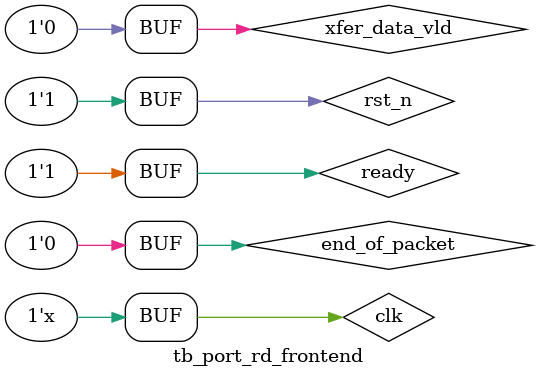
<source format=sv>
`timescale 1ns/1ns

module tb_port_rd_frontend();

reg clk;
reg rst_n;

reg ready;

reg xfer_data_vld;
reg [15:0] xfer_data;
reg end_of_packet;

reg [7:0] length;

initial begin
    clk <= 0;
    rst_n <= 0;
    #40
    rst_n <= 1;
    #40
    ready <= 1;
    #22
    xfer_data_vld <= 1;
    #202
    xfer_data_vld <= 0;
    end_of_packet <= 1;
    #4
    end_of_packet <= 0;
end

always #2 clk = ~clk;

always @(posedge clk) begin
    if(~rst_n) begin
        length <= 0;
    end else if(ready) begin
        length <= $random;
    end
end

always @(posedge clk) begin
    if(~rst_n) begin
        xfer_data <= 0;
    end else if(xfer_data_vld) begin
        xfer_data <= $random;
    end
end
    
wire rd_sop;
wire rd_eop;
wire rd_vld;
wire [15:0] rd_data;

port_rd_frontend port_rd_frontend_inst
(
    .clk(clk),
    .rst_n(rst_n),

    .ready(ready),
    .xfer_data_vld(xfer_data_vld),
    .xfer_data(xfer_data),
    .end_of_packet(end_of_packet),

    .rd_sop(rd_sop),
    .rd_eop(rd_eop),
    .rd_vld(rd_vld),
    .rd_data(rd_data)

);

endmodule

</source>
